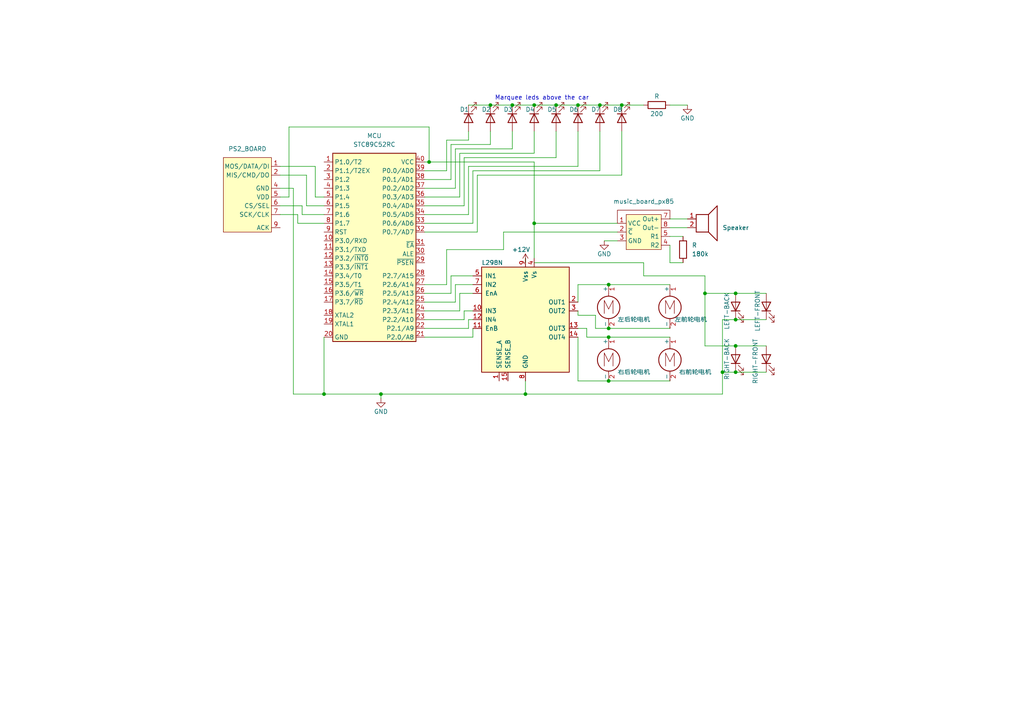
<source format=kicad_sch>
(kicad_sch (version 20211123) (generator eeschema)
  (paper "A4")
  (lib_symbols
    (symbol "Audio:music_board_px85"
      (property "Reference" "U" (at 0 0 0))
      (property "Value" "music_board_px85" (at 0 0 0))
      (symbol "music_board_px85_0_1"
        (polyline (pts (xy -7.62 8.89) (xy -7.62 12.7) (xy 7.62 12.7) (xy 7.62 10.16)))
        (rectangle (start 5.08 1.27) (end -5.08 11.43) (fill (type background)))
      )
      (symbol "music_board_px85_1_1"
        (pin input line (at -7.62 8.89 0) (length 2.54) (name "VCC") (number "1"))
        (pin input line (at -7.62 6.35 0) (length 2.54) (name "~{C}") (number "2"))
        (pin output line (at -7.62 3.81 0) (length 2.54) (name "GND") (number "3"))
        (pin bidirectional line (at 7.62 2.54 180) (length 2.54) (name "R2") (number "4"))
        (pin bidirectional line (at 7.62 5.08 180) (length 2.54) (name "R1") (number "5"))
        (pin output line (at 7.62 10.16 180) (length 2.54) (name "Out+") (number "7"))
        (pin output line (at 7.62 7.62 180) (length 2.54) (name "Out-") (number "8"))
      )
    )
    (symbol "Device:LED" (pin_numbers hide) (pin_names (offset 1.016) hide)
      (property "Reference" "D" (at 0 2.54 0))
      (property "Value" "LED" (at 0 -2.54 0))
      (symbol "LED_0_1"
        (polyline (pts (xy -1.27 -1.27) (xy -1.27 1.27)) (stroke (width 0.254)))
        (polyline (pts (xy -1.27 0) (xy 1.27 0)))
        (polyline (pts (xy 1.27 -1.27) (xy 1.27 1.27) (xy -1.27 0) (xy 1.27 -1.27)) (stroke (width 0.254)))
        (polyline (pts (xy -3.048 -0.762) (xy -4.572 -2.286) (xy -3.81 -2.286) (xy -4.572 -2.286) (xy -4.572 -1.524)))
        (polyline (pts (xy -1.778 -0.762) (xy -3.302 -2.286) (xy -2.54 -2.286) (xy -3.302 -2.286) (xy -3.302 -1.524)))
      )
      (symbol "LED_1_1"
        (pin passive line (at -3.81 0 0) (length 2.54) (name "K") (number "1"))
        (pin passive line (at 3.81 0 180) (length 2.54) (name "A") (number "2"))
      )
    )
    (symbol "Device:PS2_BOARD"
      (property "Reference" "U" (at 0 -1.27 0))
      (property "Value" "PS2_BOARD" (at 1.27 -2.54 0))
      (symbol "PS2_BOARD_0_1"
        (rectangle (start -7.62 21.59) (end 6.35 0) (fill (type background)))
      )
      (symbol "PS2_BOARD_1_1"
        (pin bidirectional line (at 8.89 19.05 180) (length 2.54) (name "MOS/DATA/DI") (number "1"))
        (pin bidirectional line (at 8.89 16.51 180) (length 2.54) (name "MIS/CMD/DO") (number "2"))
        (pin bidirectional line (at 8.89 12.7 180) (length 2.54) (name "GND") (number "4"))
        (pin bidirectional line (at 8.89 10.16 180) (length 2.54) (name "VDD") (number "5"))
        (pin bidirectional line (at 8.89 7.62 180) (length 2.54) (name "CS/SEL") (number "6"))
        (pin bidirectional line (at 8.89 5.08 180) (length 2.54) (name "SCK/CLK") (number "7"))
        (pin bidirectional line (at 8.89 1.27 180) (length 2.54) (name "ACK") (number "9"))
      )
    )
    (symbol "Device:R" (pin_numbers hide) (pin_names (offset 0))
      (property "Reference" "R" (at 2.032 0 90))
      (property "Value" "R" (at 0 0 90))
      (symbol "R_0_1"
        (rectangle (start -1.016 -2.54) (end 1.016 2.54) (stroke (width 0.254)))
      )
      (symbol "R_1_1"
        (pin passive line (at 0 3.81 270) (length 1.27) (name "~") (number "1"))
        (pin passive line (at 0 -3.81 90) (length 1.27) (name "~") (number "2"))
      )
    )
    (symbol "Device:Speaker" (pin_names (offset 0) hide)
      (property "Reference" "LS" (at 1.27 5.715 0))
      (property "Value" "Speaker" (at 1.27 3.81 0))
      (symbol "Speaker_0_0"
        (rectangle (start -2.54 1.27) (end 1.016 -3.81) (stroke (width 0.254)))
        (polyline (pts (xy 1.016 1.27) (xy 3.556 3.81) (xy 3.556 -6.35) (xy 1.016 -3.81)) (stroke (width 0.254)))
      )
      (symbol "Speaker_1_1"
        (pin input line (at -5.08 0 0) (length 2.54) (name "1") (number "1"))
        (pin input line (at -5.08 -2.54 0) (length 2.54) (name "2") (number "2"))
      )
    )
    (symbol "Driver_Motor:L298N" (pin_names (offset 1.016))
      (property "Reference" "U" (at -10.16 16.51 0))
      (property "Value" "L298N" (at 12.7 16.51 0))
      (symbol "L298N_0_1"
        (rectangle (start -12.7 15.24) (end 12.7 -15.24) (stroke (width 0.254)) (fill (type background)))
      )
      (symbol "L298N_1_1"
        (pin power_in line (at -7.62 -17.78 90) (length 2.54) (name "SENSE_A") (number "1"))
        (pin input line (at -15.24 2.54 0) (length 2.54) (name "IN3") (number "10"))
        (pin input line (at -15.24 -2.54 0) (length 2.54) (name "EnB") (number "11"))
        (pin input line (at -15.24 0 0) (length 2.54) (name "IN4") (number "12"))
        (pin output line (at 15.24 -2.54 180) (length 2.54) (name "OUT3") (number "13"))
        (pin output line (at 15.24 -5.08 180) (length 2.54) (name "OUT4") (number "14"))
        (pin power_in line (at -5.08 -17.78 90) (length 2.54) (name "SENSE_B") (number "15"))
        (pin output line (at 15.24 5.08 180) (length 2.54) (name "OUT1") (number "2"))
        (pin output line (at 15.24 2.54 180) (length 2.54) (name "OUT2") (number "3"))
        (pin power_in line (at 2.54 17.78 270) (length 2.54) (name "Vs") (number "4"))
        (pin input line (at -15.24 12.7 0) (length 2.54) (name "IN1") (number "5"))
        (pin input line (at -15.24 7.62 0) (length 2.54) (name "EnA") (number "6"))
        (pin input line (at -15.24 10.16 0) (length 2.54) (name "IN2") (number "7"))
        (pin power_in line (at 0 -17.78 90) (length 2.54) (name "GND") (number "8"))
        (pin power_in line (at 0 17.78 270) (length 2.54) (name "Vss") (number "9"))
      )
    )
    (symbol "MCU_SiliconLabs:C8052RC"
      (property "Reference" "U" (at -10.16 27.94 0))
      (property "Value" "C8052RC" (at 12.7 27.94 0))
      (symbol "C8052RC_0_1"
        (rectangle (start -13.97 25.4) (end 10.16 -29.21) (stroke (width 0.254)) (fill (type background)))
      )
      (symbol "C8052RC_1_1"
        (pin bidirectional line (at -16.51 22.86 0) (length 2.54) (name "P1.0/T2") (number "1"))
        (pin bidirectional line (at -16.51 0 0) (length 2.54) (name "P3.0/RXD") (number "10"))
        (pin bidirectional line (at -16.51 -2.54 0) (length 2.54) (name "P3.1/TXD") (number "11"))
        (pin bidirectional line (at -16.51 -5.08 0) (length 2.54) (name "P3.2/~{INT0}") (number "12"))
        (pin bidirectional line (at -16.51 -7.62 0) (length 2.54) (name "P3.3/~{INT1}") (number "13"))
        (pin bidirectional line (at -16.51 -10.16 0) (length 2.54) (name "P3.4/T0") (number "14"))
        (pin bidirectional line (at -16.51 -12.7 0) (length 2.54) (name "P3.5/T1") (number "15"))
        (pin bidirectional line (at -16.51 -15.24 0) (length 2.54) (name "P3.6/~{WR}") (number "16"))
        (pin bidirectional line (at -16.51 -17.78 0) (length 2.54) (name "P3.7/~{RD}") (number "17"))
        (pin bidirectional line (at -16.51 -21.59 0) (length 2.54) (name "XTAL2") (number "18"))
        (pin bidirectional line (at -16.51 -24.13 0) (length 2.54) (name "XTAL1") (number "19"))
        (pin bidirectional line (at -16.51 20.32 0) (length 2.54) (name "P1.1/T2EX") (number "2"))
        (pin output line (at -16.51 -27.94 0) (length 2.54) (name "GND") (number "20"))
        (pin bidirectional line (at 12.7 -27.94 180) (length 2.54) (name "P2.0/A8") (number "21"))
        (pin bidirectional line (at 12.7 -25.4 180) (length 2.54) (name "P2.1/A9") (number "22"))
        (pin bidirectional line (at 12.7 -22.86 180) (length 2.54) (name "P2.2/A10") (number "23"))
        (pin bidirectional line (at 12.7 -20.32 180) (length 2.54) (name "P2.3/A11") (number "24"))
        (pin bidirectional line (at 12.7 -17.78 180) (length 2.54) (name "P2.4/A12") (number "25"))
        (pin bidirectional line (at 12.7 -15.24 180) (length 2.54) (name "P2.5/A13") (number "26"))
        (pin bidirectional line (at 12.7 -12.7 180) (length 2.54) (name "P2.6/A14") (number "27"))
        (pin bidirectional line (at 12.7 -10.16 180) (length 2.54) (name "P2.7/A15") (number "28"))
        (pin bidirectional line (at 12.7 -6.35 180) (length 2.54) (name "~{PSEN}") (number "29"))
        (pin bidirectional line (at -16.51 17.78 0) (length 2.54) (name "P1.2") (number "3"))
        (pin bidirectional line (at 12.7 -3.81 180) (length 2.54) (name "ALE") (number "30"))
        (pin bidirectional line (at 12.7 -1.27 180) (length 2.54) (name "~{EA}") (number "31"))
        (pin bidirectional line (at 12.7 2.54 180) (length 2.54) (name "P0.7/AD7") (number "32"))
        (pin bidirectional line (at 12.7 5.08 180) (length 2.54) (name "P0.6/AD6") (number "33"))
        (pin bidirectional line (at 12.7 7.62 180) (length 2.54) (name "P0.5/AD5") (number "34"))
        (pin bidirectional line (at 12.7 10.16 180) (length 2.54) (name "P0.4/AD4") (number "35"))
        (pin bidirectional line (at 12.7 12.7 180) (length 2.54) (name "P0.3/AD3") (number "36"))
        (pin bidirectional line (at 12.7 15.24 180) (length 2.54) (name "P0.2/AD2") (number "37"))
        (pin bidirectional line (at 12.7 17.78 180) (length 2.54) (name "P0.1/AD1") (number "38"))
        (pin bidirectional line (at 12.7 20.32 180) (length 2.54) (name "P0.0/AD0") (number "39"))
        (pin bidirectional line (at -16.51 15.24 0) (length 2.54) (name "P1.3") (number "4"))
        (pin bidirectional line (at 12.7 22.86 180) (length 2.54) (name "VCC") (number "40"))
        (pin bidirectional line (at -16.51 12.7 0) (length 2.54) (name "P1.4") (number "5"))
        (pin bidirectional line (at -16.51 10.16 0) (length 2.54) (name "P1.5") (number "6"))
        (pin bidirectional line (at -16.51 7.62 0) (length 2.54) (name "P1.6") (number "7"))
        (pin bidirectional line (at -16.51 5.08 0) (length 2.54) (name "P1.7") (number "8"))
        (pin input line (at -16.51 2.54 0) (length 2.54) (name "RST") (number "9"))
      )
    )
    (symbol "Motor:Motor_DC" (pin_names (offset 0))
      (property "Reference" "M" (at 2.54 2.54 0))
      (property "Value" "Motor_DC" (at 2.54 -5.08 0))
      (symbol "Motor_DC_0_0"
        (polyline (pts (xy -1.27 -3.302) (xy -1.27 0.508) (xy 0 -2.032) (xy 1.27 0.508) (xy 1.27 -3.302)))
      )
      (symbol "Motor_DC_0_1"
        (circle (center 0 -1.524) (radius 3.2512) (stroke (width 0.254)))
        (polyline (pts (xy 0 -7.62) (xy 0 -7.112)))
        (polyline (pts (xy 0 -4.7752) (xy 0 -5.1816)))
        (polyline (pts (xy 0 1.7272) (xy 0 2.0828)))
        (polyline (pts (xy 0 2.032) (xy 0 2.54)))
      )
      (symbol "Motor_DC_1_1"
        (pin passive line (at 0 5.08 270) (length 2.54) (name "+") (number "1"))
        (pin passive line (at 0 -7.62 90) (length 2.54) (name "-") (number "2"))
      )
    )
    (symbol "power:+12V" (power) (pin_names (offset 0))
      (property "Value" "+12V" (at 0 3.556 0))
      (symbol "+12V_0_1"
        (polyline (pts (xy -0.762 1.27) (xy 0 2.54)))
        (polyline (pts (xy 0 0) (xy 0 2.54)))
        (polyline (pts (xy 0 2.54) (xy 0.762 1.27)))
      )
      (symbol "+12V_1_1"
        (pin power_in line (at 0 0 90) (length 0) hide (name "+12V") (number "1"))
      )
    )
    (symbol "power:GND" (power) (pin_names (offset 0))
      (property "Value" "GND" (at 0 -3.81 0))
      (symbol "GND_0_1"
        (polyline (pts (xy 0 0) (xy 0 -1.27) (xy 1.27 -1.27) (xy 0 -2.54) (xy -1.27 -1.27) (xy 0 -1.27)))
      )
      (symbol "GND_1_1"
        (pin power_in line (at 0 0 270) (length 0) hide (name "GND") (number "1"))
      )
    )
  )
  (junction (at 142.24 30.48))
  (junction (at 154.94 30.48))
  (junction (at 154.94 64.77))
  (junction (at 180.34 30.48))
  (junction (at 176.53 95.25))
  (junction (at 167.64 30.48))
  (junction (at 176.53 110.49))
  (junction (at 124.46 46.99))
  (junction (at 213.36 92.71))
  (junction (at 110.49 114.3))
  (junction (at 93.98 114.3))
  (junction (at 209.55 107.95))
  (junction (at 213.36 107.95))
  (junction (at 213.36 85.09))
  (junction (at 204.47 85.09))
  (junction (at 176.53 97.79))
  (junction (at 161.29 30.48))
  (junction (at 213.36 100.33))
  (junction (at 173.99 30.48))
  (junction (at 152.4 114.3))
  (junction (at 148.59 30.48))
  (junction (at 176.53 82.55))
  (wire (pts (xy 152.4 114.3) (xy 110.49 114.3)))
  (wire (pts (xy 123.19 49.53) (xy 129.54 49.53)))
  (wire (pts (xy 167.64 87.63) (xy 167.64 82.55)))
  (wire (pts (xy 148.59 30.48) (xy 154.94 30.48)))
  (wire (pts (xy 86.36 62.23) (xy 86.36 64.77)))
  (wire (pts (xy 123.19 54.61) (xy 132.08 54.61)))
  (wire (pts (xy 133.35 44.45) (xy 154.94 44.45)))
  (wire (pts (xy 186.69 30.48) (xy 180.34 30.48)))
  (wire (pts (xy 133.35 90.17) (xy 133.35 85.09)))
  (wire (pts (xy 194.31 82.55) (xy 176.53 82.55)))
  (wire (pts (xy 209.55 114.3) (xy 209.55 107.95)))
  (wire (pts (xy 167.64 91.44) (xy 172.72 91.44)))
  (wire (pts (xy 152.4 114.3) (xy 152.4 110.49)))
  (wire (pts (xy 146.05 72.39) (xy 146.05 67.31)))
  (wire (pts (xy 81.28 59.69) (xy 87.63 59.69)))
  (wire (pts (xy 124.46 46.99) (xy 123.19 46.99)))
  (wire (pts (xy 123.19 95.25) (xy 135.89 95.25)))
  (wire (pts (xy 134.62 92.71) (xy 134.62 90.17)))
  (wire (pts (xy 173.99 30.48) (xy 180.34 30.48)))
  (wire (pts (xy 209.55 107.95) (xy 209.55 92.71)))
  (wire (pts (xy 176.53 97.79) (xy 194.31 97.79)))
  (wire (pts (xy 129.54 49.53) (xy 129.54 40.64)))
  (wire (pts (xy 204.47 100.33) (xy 213.36 100.33)))
  (wire (pts (xy 123.19 82.55) (xy 129.54 82.55)))
  (wire (pts (xy 133.35 85.09) (xy 137.16 85.09)))
  (wire (pts (xy 130.81 41.91) (xy 142.24 41.91)))
  (wire (pts (xy 167.64 38.1) (xy 167.64 48.26)))
  (wire (pts (xy 132.08 43.18) (xy 148.59 43.18)))
  (wire (pts (xy 172.72 95.25) (xy 176.53 95.25)))
  (wire (pts (xy 93.98 97.79) (xy 93.98 114.3)))
  (wire (pts (xy 123.19 57.15) (xy 133.35 57.15)))
  (wire (pts (xy 213.36 85.09) (xy 222.25 85.09)))
  (wire (pts (xy 85.09 54.61) (xy 85.09 114.3)))
  (wire (pts (xy 142.24 41.91) (xy 142.24 38.1)))
  (wire (pts (xy 132.08 87.63) (xy 132.08 82.55)))
  (wire (pts (xy 137.16 49.53) (xy 173.99 49.53)))
  (wire (pts (xy 135.89 92.71) (xy 137.16 92.71)))
  (wire (pts (xy 137.16 97.79) (xy 137.16 95.25)))
  (wire (pts (xy 132.08 54.61) (xy 132.08 43.18)))
  (wire (pts (xy 194.31 71.12) (xy 194.31 76.2)))
  (wire (pts (xy 176.53 110.49) (xy 194.31 110.49)))
  (wire (pts (xy 138.43 67.31) (xy 138.43 50.8)))
  (wire (pts (xy 135.89 30.48) (xy 142.24 30.48)))
  (wire (pts (xy 134.62 45.72) (xy 161.29 45.72)))
  (wire (pts (xy 124.46 46.99) (xy 154.94 46.99)))
  (wire (pts (xy 173.99 38.1) (xy 173.99 49.53)))
  (wire (pts (xy 204.47 85.09) (xy 213.36 85.09)))
  (wire (pts (xy 123.19 92.71) (xy 134.62 92.71)))
  (wire (pts (xy 135.89 40.64) (xy 135.89 38.1)))
  (wire (pts (xy 161.29 30.48) (xy 167.64 30.48)))
  (wire (pts (xy 154.94 38.1) (xy 154.94 44.45)))
  (wire (pts (xy 176.53 95.25) (xy 194.31 95.25)))
  (wire (pts (xy 167.64 90.17) (xy 167.64 91.44)))
  (wire (pts (xy 167.64 82.55) (xy 176.53 82.55)))
  (wire (pts (xy 209.55 107.95) (xy 213.36 107.95)))
  (wire (pts (xy 81.28 54.61) (xy 85.09 54.61)))
  (wire (pts (xy 123.19 52.07) (xy 130.81 52.07)))
  (wire (pts (xy 88.9 50.8) (xy 88.9 59.69)))
  (wire (pts (xy 152.4 114.3) (xy 209.55 114.3)))
  (wire (pts (xy 154.94 64.77) (xy 154.94 74.93)))
  (wire (pts (xy 81.28 62.23) (xy 86.36 62.23)))
  (wire (pts (xy 138.43 50.8) (xy 180.34 50.8)))
  (wire (pts (xy 83.82 57.15) (xy 83.82 36.83)))
  (wire (pts (xy 194.31 63.5) (xy 199.39 63.5)))
  (wire (pts (xy 186.69 80.01) (xy 204.47 80.01)))
  (wire (pts (xy 87.63 62.23) (xy 93.98 62.23)))
  (wire (pts (xy 186.69 76.2) (xy 186.69 80.01)))
  (wire (pts (xy 180.34 38.1) (xy 180.34 50.8)))
  (wire (pts (xy 154.94 30.48) (xy 161.29 30.48)))
  (wire (pts (xy 209.55 92.71) (xy 213.36 92.71)))
  (wire (pts (xy 93.98 114.3) (xy 110.49 114.3)))
  (wire (pts (xy 110.49 115.57) (xy 110.49 114.3)))
  (wire (pts (xy 135.89 48.26) (xy 167.64 48.26)))
  (wire (pts (xy 129.54 72.39) (xy 146.05 72.39)))
  (wire (pts (xy 129.54 40.64) (xy 135.89 40.64)))
  (wire (pts (xy 86.36 64.77) (xy 93.98 64.77)))
  (wire (pts (xy 194.31 68.58) (xy 198.12 68.58)))
  (wire (pts (xy 83.82 36.83) (xy 124.46 36.83)))
  (wire (pts (xy 146.05 67.31) (xy 179.07 67.31)))
  (wire (pts (xy 194.31 66.04) (xy 199.39 66.04)))
  (wire (pts (xy 135.89 95.25) (xy 135.89 92.71)))
  (wire (pts (xy 85.09 114.3) (xy 93.98 114.3)))
  (wire (pts (xy 81.28 50.8) (xy 88.9 50.8)))
  (wire (pts (xy 213.36 100.33) (xy 222.25 100.33)))
  (wire (pts (xy 123.19 59.69) (xy 134.62 59.69)))
  (wire (pts (xy 81.28 48.26) (xy 91.44 48.26)))
  (wire (pts (xy 137.16 64.77) (xy 137.16 49.53)))
  (wire (pts (xy 170.18 97.79) (xy 176.53 97.79)))
  (wire (pts (xy 172.72 91.44) (xy 172.72 95.25)))
  (wire (pts (xy 134.62 90.17) (xy 137.16 90.17)))
  (wire (pts (xy 167.64 110.49) (xy 176.53 110.49)))
  (wire (pts (xy 204.47 85.09) (xy 204.47 100.33)))
  (wire (pts (xy 129.54 82.55) (xy 129.54 72.39)))
  (wire (pts (xy 194.31 76.2) (xy 198.12 76.2)))
  (wire (pts (xy 170.18 95.25) (xy 170.18 97.79)))
  (wire (pts (xy 123.19 67.31) (xy 138.43 67.31)))
  (wire (pts (xy 124.46 36.83) (xy 124.46 46.99)))
  (wire (pts (xy 142.24 30.48) (xy 148.59 30.48)))
  (wire (pts (xy 148.59 38.1) (xy 148.59 43.18)))
  (wire (pts (xy 213.36 107.95) (xy 222.25 107.95)))
  (wire (pts (xy 175.26 69.85) (xy 179.07 69.85)))
  (wire (pts (xy 87.63 59.69) (xy 87.63 62.23)))
  (wire (pts (xy 123.19 64.77) (xy 137.16 64.77)))
  (wire (pts (xy 194.31 30.48) (xy 199.39 30.48)))
  (wire (pts (xy 130.81 52.07) (xy 130.81 41.91)))
  (wire (pts (xy 130.81 85.09) (xy 130.81 80.01)))
  (wire (pts (xy 204.47 80.01) (xy 204.47 85.09)))
  (wire (pts (xy 180.34 30.48) (xy 180.34 31.75)))
  (wire (pts (xy 132.08 82.55) (xy 137.16 82.55)))
  (wire (pts (xy 167.64 95.25) (xy 170.18 95.25)))
  (wire (pts (xy 133.35 57.15) (xy 133.35 44.45)))
  (wire (pts (xy 123.19 85.09) (xy 130.81 85.09)))
  (wire (pts (xy 154.94 76.2) (xy 186.69 76.2)))
  (wire (pts (xy 154.94 46.99) (xy 154.94 64.77)))
  (wire (pts (xy 167.64 97.79) (xy 167.64 110.49)))
  (wire (pts (xy 130.81 80.01) (xy 137.16 80.01)))
  (wire (pts (xy 134.62 59.69) (xy 134.62 45.72)))
  (wire (pts (xy 91.44 48.26) (xy 91.44 57.15)))
  (wire (pts (xy 123.19 87.63) (xy 132.08 87.63)))
  (wire (pts (xy 81.28 57.15) (xy 83.82 57.15)))
  (wire (pts (xy 91.44 57.15) (xy 93.98 57.15)))
  (wire (pts (xy 213.36 92.71) (xy 222.25 92.71)))
  (wire (pts (xy 123.19 97.79) (xy 137.16 97.79)))
  (wire (pts (xy 88.9 59.69) (xy 93.98 59.69)))
  (wire (pts (xy 161.29 38.1) (xy 161.29 45.72)))
  (wire (pts (xy 152.4 76.2) (xy 152.4 74.93)))
  (wire (pts (xy 154.94 64.77) (xy 179.07 64.77)))
  (wire (pts (xy 123.19 62.23) (xy 135.89 62.23)))
  (wire (pts (xy 135.89 62.23) (xy 135.89 48.26)))
  (wire (pts (xy 123.19 90.17) (xy 133.35 90.17)))
  (wire (pts (xy 167.64 30.48) (xy 173.99 30.48)))
  (text "Marquee leds above the car" (at 143.51 29.21 0) (effects (font (size 1.27 1.27)) (justify left bottom)))
  (symbol (lib_id "Audio:music_board_px85") (at 186.69 73.66 0) (unit 1)
    (property "Reference" "U?" (effects hide))
    (property "Value" "music_board_px85" (at 186.69 58.42 0))
  )
  (symbol (lib_id "power:GND") (at 110.49 115.57 0) (unit 1)
    (property "Reference" "#PWR?" (effects hide))
    (property "Value" "GND" (at 110.49 119.38 0))
  )
  (symbol (lib_id "MCU_SiliconLabs:C8052RC") (at 110.49 69.85 0) (unit 1)
    (property "Reference" "MCU" (at 108.585 39.37 0))
    (property "Value" "STC89C52RC" (at 108.585 41.91 0))
    (property "Footprint" "Package_QFP:LQFP-32_7x7mm_P0.8mm" (effects hide))
    (property "Datasheet" "https://www.silabs.com/documents/public/data-sheets/C8051F38x.pdf" (effects hide))
  )
  (symbol (lib_id "Driver_Motor:L298N") (at 152.4 92.71 0) (unit 1)
    (property "Reference" "U?" (effects hide))
    (property "Value" "L298N" (at 139.7 76.2 0) (effects (justify left)))
    (property "Footprint" "Package_TO_SOT_THT:TO-220-15_P2.54x2.54mm_StaggerOdd_Lead4.58mm_Vertical" (effects hide))
    (property "Datasheet" "http://www.st.com/st-web-ui/static/active/en/resource/technical/document/datasheet/CD00000240.pdf" (effects hide))
  )
  (symbol (lib_id "Device:LED") (at 154.94 34.29 90) (mirror x) (unit 1)
    (property "Reference" "D" (effects hide))
    (property "Value" "D4" (at 152.4 31.75 90) (effects (justify right)))
  )
  (symbol (lib_id "Motor:Motor_DC") (at 176.53 102.87 0) (unit 1)
    (property "Reference" "M?" (effects hide))
    (property "Value" "右后轮电机" (at 179.07 107.95 0) (effects (justify left)))
  )
  (symbol (lib_id "Device:R") (at 198.12 72.39 0) (unit 1)
    (property "Reference" "R" (at 200.66 71.1199 0) (effects (justify left)))
    (property "Value" "180k" (at 200.66 73.6599 0) (effects (justify left)))
  )
  (symbol (lib_id "Device:LED") (at 222.25 104.14 90) (unit 1)
    (property "Reference" "D" (effects hide))
    (property "Value" "RIGHT-FRONT" (at 219.075 104.775 0))
  )
  (symbol (lib_id "Motor:Motor_DC") (at 194.31 102.87 0) (unit 1)
    (property "Reference" "M?" (effects hide))
    (property "Value" "右前轮电机" (at 196.85 107.95 0) (effects (justify left)))
  )
  (symbol (lib_id "Device:LED") (at 180.34 34.29 90) (mirror x) (unit 1)
    (property "Reference" "D" (effects hide))
    (property "Value" "D8" (at 177.8 31.75 90) (effects (justify right)))
  )
  (symbol (lib_id "power:GND") (at 199.39 30.48 0) (unit 1)
    (property "Reference" "#PWR?" (effects hide))
    (property "Value" "GND" (at 199.39 34.29 0))
  )
  (symbol (lib_id "Device:PS2_BOARD") (at 72.39 67.31 0) (unit 1)
    (property "Reference" "U?" (effects hide))
    (property "Value" "PS2_BOARD" (at 71.755 43.18 0))
  )
  (symbol (lib_id "Device:LED") (at 148.59 34.29 90) (mirror x) (unit 1)
    (property "Reference" "D" (effects hide))
    (property "Value" "D3" (at 146.05 31.75 90) (effects (justify right)))
  )
  (symbol (lib_id "Motor:Motor_DC") (at 194.31 87.63 0) (unit 1)
    (property "Reference" "M?" (effects hide))
    (property "Value" "左前轮电机" (at 195.58 92.71 0) (effects (justify left)))
  )
  (symbol (lib_id "power:+12V") (at 152.4 76.2 0) (unit 1)
    (property "Reference" "#PWR?" (effects hide))
    (property "Value" "+12V" (at 151.13 72.39 0))
  )
  (symbol (lib_id "Device:LED") (at 222.25 88.9 90) (unit 1)
    (property "Reference" "D" (effects hide))
    (property "Value" "LEFT-FRONT" (at 219.71 90.17 0))
  )
  (symbol (lib_id "Device:LED") (at 213.36 88.9 90) (unit 1)
    (property "Reference" "D" (effects hide))
    (property "Value" "LEFT-BACK" (at 210.82 90.17 0))
  )
  (symbol (lib_id "Device:LED") (at 173.99 34.29 90) (mirror x) (unit 1)
    (property "Reference" "D" (effects hide))
    (property "Value" "D7" (at 171.45 31.75 90) (effects (justify right)))
  )
  (symbol (lib_id "Device:LED") (at 135.89 34.29 90) (mirror x) (unit 1)
    (property "Reference" "D" (effects hide))
    (property "Value" "D1" (at 133.35 31.75 90) (effects (justify right)))
  )
  (symbol (lib_id "Device:LED") (at 142.24 34.29 90) (mirror x) (unit 1)
    (property "Reference" "D" (effects hide))
    (property "Value" "D2" (at 139.7 31.75 90) (effects (justify right)))
  )
  (symbol (lib_id "Device:Speaker") (at 204.47 63.5 0) (unit 1)
    (property "Reference" "LS?" (effects hide))
    (property "Value" "Speaker" (at 209.55 66.0399 0) (effects (justify left)))
  )
  (symbol (lib_id "Device:LED") (at 161.29 34.29 90) (mirror x) (unit 1)
    (property "Reference" "D" (effects hide))
    (property "Value" "D5" (at 158.75 31.75 90) (effects (justify right)))
  )
  (symbol (lib_id "Motor:Motor_DC") (at 176.53 87.63 0) (unit 1)
    (property "Reference" "M?" (effects hide))
    (property "Value" "左后轮电机" (at 179.07 92.71 0) (effects (justify left)))
  )
  (symbol (lib_id "power:GND") (at 175.26 69.85 0) (unit 1)
    (property "Reference" "#PWR?" (effects hide))
    (property "Value" "GND" (at 175.26 73.66 0))
  )
  (symbol (lib_id "Device:LED") (at 213.36 104.14 90) (unit 1)
    (property "Reference" "D" (effects hide))
    (property "Value" "RIGHT-BACK" (at 210.82 104.14 0))
  )
  (symbol (lib_id "Device:R") (at 190.5 30.48 270) (unit 1)
    (property "Reference" "R" (at 190.5 27.94 90))
    (property "Value" "200" (at 190.5 33.02 90))
  )
  (symbol (lib_id "Device:LED") (at 167.64 34.29 90) (mirror x) (unit 1)
    (property "Reference" "D" (effects hide))
    (property "Value" "D6" (at 165.1 31.75 90) (effects (justify right)))
  )
)
</source>
